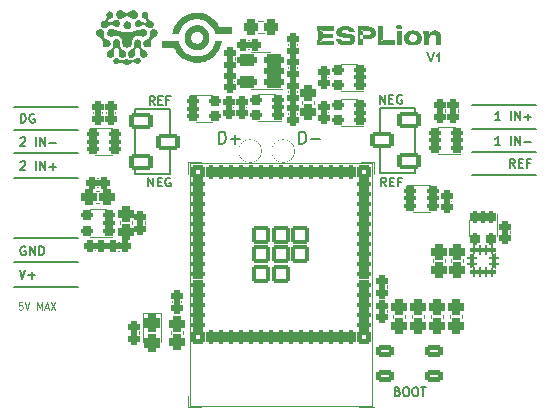
<source format=gto>
G04 #@! TF.GenerationSoftware,KiCad,Pcbnew,8.0.7*
G04 #@! TF.CreationDate,2025-04-02T23:58:34+11:00*
G04 #@! TF.ProjectId,Ganglion_01,47616e67-6c69-46f6-9e5f-30312e6b6963,01*
G04 #@! TF.SameCoordinates,Original*
G04 #@! TF.FileFunction,Legend,Top*
G04 #@! TF.FilePolarity,Positive*
%FSLAX46Y46*%
G04 Gerber Fmt 4.6, Leading zero omitted, Abs format (unit mm)*
G04 Created by KiCad (PCBNEW 8.0.7) date 2025-04-02 23:58:34*
%MOMM*%
%LPD*%
G01*
G04 APERTURE LIST*
G04 Aperture macros list*
%AMRoundRect*
0 Rectangle with rounded corners*
0 $1 Rounding radius*
0 $2 $3 $4 $5 $6 $7 $8 $9 X,Y pos of 4 corners*
0 Add a 4 corners polygon primitive as box body*
4,1,4,$2,$3,$4,$5,$6,$7,$8,$9,$2,$3,0*
0 Add four circle primitives for the rounded corners*
1,1,$1+$1,$2,$3*
1,1,$1+$1,$4,$5*
1,1,$1+$1,$6,$7*
1,1,$1+$1,$8,$9*
0 Add four rect primitives between the rounded corners*
20,1,$1+$1,$2,$3,$4,$5,0*
20,1,$1+$1,$4,$5,$6,$7,0*
20,1,$1+$1,$6,$7,$8,$9,0*
20,1,$1+$1,$8,$9,$2,$3,0*%
%AMFreePoly0*
4,1,22,0.686777,0.780194,0.756366,0.724698,0.794986,0.644504,0.800000,0.600000,0.800000,-0.600000,0.780194,-0.686777,0.724698,-0.756366,0.644504,-0.794986,0.600000,-0.800000,-0.600000,-0.800000,-0.686777,-0.780194,-0.756366,-0.724698,-0.794986,-0.644504,-0.800000,-0.600000,-0.800000,0.000000,-0.780194,0.086777,-0.741421,0.141421,-0.141421,0.741421,-0.066056,0.788777,0.000000,0.800000,
0.600000,0.800000,0.686777,0.780194,0.686777,0.780194,$1*%
G04 Aperture macros list end*
%ADD10C,0.150000*%
%ADD11C,0.200000*%
%ADD12C,0.160000*%
%ADD13C,0.120000*%
%ADD14C,0.300000*%
%ADD15C,0.100000*%
%ADD16C,0.000000*%
%ADD17RoundRect,0.325000X-0.350000X0.325000X-0.350000X-0.325000X0.350000X-0.325000X0.350000X0.325000X0*%
%ADD18RoundRect,0.325000X0.350000X-0.325000X0.350000X0.325000X-0.350000X0.325000X-0.350000X-0.325000X0*%
%ADD19RoundRect,0.240000X0.270000X-0.240000X0.270000X0.240000X-0.270000X0.240000X-0.270000X-0.240000X0*%
%ADD20RoundRect,0.240000X-0.270000X0.240000X-0.270000X-0.240000X0.270000X-0.240000X0.270000X0.240000X0*%
%ADD21RoundRect,0.235000X0.285000X-0.235000X0.285000X0.235000X-0.285000X0.235000X-0.285000X-0.235000X0*%
%ADD22RoundRect,0.235000X-0.285000X0.235000X-0.285000X-0.235000X0.285000X-0.235000X0.285000X0.235000X0*%
%ADD23RoundRect,0.235000X-0.235000X-0.285000X0.235000X-0.285000X0.235000X0.285000X-0.235000X0.285000X0*%
%ADD24RoundRect,0.300000X0.300000X0.375000X-0.300000X0.375000X-0.300000X-0.375000X0.300000X-0.375000X0*%
%ADD25RoundRect,0.200000X0.800000X0.500000X-0.800000X0.500000X-0.800000X-0.500000X0.800000X-0.500000X0*%
%ADD26RoundRect,0.200000X-0.800000X-0.500000X0.800000X-0.500000X0.800000X0.500000X-0.800000X0.500000X0*%
%ADD27RoundRect,0.200000X-0.325000X-0.200000X0.325000X-0.200000X0.325000X0.200000X-0.325000X0.200000X0*%
%ADD28RoundRect,0.250000X0.612500X0.250000X-0.612500X0.250000X-0.612500X-0.250000X0.612500X-0.250000X0*%
%ADD29RoundRect,0.200000X-0.200000X0.325000X-0.200000X-0.325000X0.200000X-0.325000X0.200000X0.325000X0*%
%ADD30RoundRect,0.200000X0.525000X0.325000X-0.525000X0.325000X-0.525000X-0.325000X0.525000X-0.325000X0*%
%ADD31RoundRect,0.200000X-0.125000X0.200000X-0.125000X-0.200000X0.125000X-0.200000X0.125000X0.200000X0*%
%ADD32RoundRect,0.200000X-0.200000X0.125000X-0.200000X-0.125000X0.200000X-0.125000X0.200000X0.125000X0*%
%ADD33RoundRect,0.200000X0.325000X0.200000X-0.325000X0.200000X-0.325000X-0.200000X0.325000X-0.200000X0*%
%ADD34RoundRect,0.325000X0.325000X0.350000X-0.325000X0.350000X-0.325000X-0.350000X0.325000X-0.350000X0*%
%ADD35RoundRect,0.337500X-0.337500X0.387500X-0.337500X-0.387500X0.337500X-0.387500X0.337500X0.387500X0*%
%ADD36C,6.800000*%
%ADD37C,1.900000*%
%ADD38RoundRect,0.240000X0.240000X0.270000X-0.240000X0.270000X-0.240000X-0.270000X0.240000X-0.270000X0*%
%ADD39RoundRect,0.200000X-0.400000X0.200000X-0.400000X-0.200000X0.400000X-0.200000X0.400000X0.200000X0*%
%ADD40RoundRect,0.200000X0.200000X0.400000X-0.200000X0.400000X-0.200000X-0.400000X0.200000X-0.400000X0*%
%ADD41FreePoly0,180.000000*%
%ADD42RoundRect,0.200000X0.600000X0.600000X-0.600000X0.600000X-0.600000X-0.600000X0.600000X-0.600000X0*%
%ADD43RoundRect,0.200000X-0.400000X-0.400000X0.400000X-0.400000X0.400000X0.400000X-0.400000X0.400000X0*%
%ADD44C,1.300000*%
G04 APERTURE END LIST*
D10*
X144600000Y-43600000D02*
X139200000Y-43600000D01*
X105800000Y-45800000D02*
X100400000Y-45800000D01*
X144600000Y-41600000D02*
X139200000Y-41600000D01*
X105800000Y-39800000D02*
X100400000Y-39800000D01*
X144600000Y-45500000D02*
X139200000Y-45500000D01*
X105800000Y-43700000D02*
X100400000Y-43700000D01*
X105800000Y-50900000D02*
X100400000Y-50900000D01*
X105800000Y-55000000D02*
X100400000Y-55000000D01*
X105800000Y-41700000D02*
X100400000Y-41700000D01*
X144600000Y-39600000D02*
X139200000Y-39600000D01*
X105800000Y-52900000D02*
X100400000Y-52900000D01*
X131905826Y-46500414D02*
X131655826Y-46143271D01*
X131477255Y-46500414D02*
X131477255Y-45750414D01*
X131477255Y-45750414D02*
X131762969Y-45750414D01*
X131762969Y-45750414D02*
X131834398Y-45786128D01*
X131834398Y-45786128D02*
X131870112Y-45821842D01*
X131870112Y-45821842D02*
X131905826Y-45893271D01*
X131905826Y-45893271D02*
X131905826Y-46000414D01*
X131905826Y-46000414D02*
X131870112Y-46071842D01*
X131870112Y-46071842D02*
X131834398Y-46107557D01*
X131834398Y-46107557D02*
X131762969Y-46143271D01*
X131762969Y-46143271D02*
X131477255Y-46143271D01*
X132227255Y-46107557D02*
X132477255Y-46107557D01*
X132584398Y-46500414D02*
X132227255Y-46500414D01*
X132227255Y-46500414D02*
X132227255Y-45750414D01*
X132227255Y-45750414D02*
X132584398Y-45750414D01*
X133155826Y-46107557D02*
X132905826Y-46107557D01*
X132905826Y-46500414D02*
X132905826Y-45750414D01*
X132905826Y-45750414D02*
X133262969Y-45750414D01*
X112305826Y-39600414D02*
X112055826Y-39243271D01*
X111877255Y-39600414D02*
X111877255Y-38850414D01*
X111877255Y-38850414D02*
X112162969Y-38850414D01*
X112162969Y-38850414D02*
X112234398Y-38886128D01*
X112234398Y-38886128D02*
X112270112Y-38921842D01*
X112270112Y-38921842D02*
X112305826Y-38993271D01*
X112305826Y-38993271D02*
X112305826Y-39100414D01*
X112305826Y-39100414D02*
X112270112Y-39171842D01*
X112270112Y-39171842D02*
X112234398Y-39207557D01*
X112234398Y-39207557D02*
X112162969Y-39243271D01*
X112162969Y-39243271D02*
X111877255Y-39243271D01*
X112627255Y-39207557D02*
X112877255Y-39207557D01*
X112984398Y-39600414D02*
X112627255Y-39600414D01*
X112627255Y-39600414D02*
X112627255Y-38850414D01*
X112627255Y-38850414D02*
X112984398Y-38850414D01*
X113555826Y-39207557D02*
X113305826Y-39207557D01*
X113305826Y-39600414D02*
X113305826Y-38850414D01*
X113305826Y-38850414D02*
X113662969Y-38850414D01*
D11*
X117769673Y-42867219D02*
X117769673Y-41867219D01*
X117769673Y-41867219D02*
X118007768Y-41867219D01*
X118007768Y-41867219D02*
X118150625Y-41914838D01*
X118150625Y-41914838D02*
X118245863Y-42010076D01*
X118245863Y-42010076D02*
X118293482Y-42105314D01*
X118293482Y-42105314D02*
X118341101Y-42295790D01*
X118341101Y-42295790D02*
X118341101Y-42438647D01*
X118341101Y-42438647D02*
X118293482Y-42629123D01*
X118293482Y-42629123D02*
X118245863Y-42724361D01*
X118245863Y-42724361D02*
X118150625Y-42819600D01*
X118150625Y-42819600D02*
X118007768Y-42867219D01*
X118007768Y-42867219D02*
X117769673Y-42867219D01*
X118769673Y-42486266D02*
X119531578Y-42486266D01*
X119150625Y-42867219D02*
X119150625Y-42105314D01*
D10*
X101370112Y-51586128D02*
X101298684Y-51550414D01*
X101298684Y-51550414D02*
X101191541Y-51550414D01*
X101191541Y-51550414D02*
X101084398Y-51586128D01*
X101084398Y-51586128D02*
X101012969Y-51657557D01*
X101012969Y-51657557D02*
X100977255Y-51728985D01*
X100977255Y-51728985D02*
X100941541Y-51871842D01*
X100941541Y-51871842D02*
X100941541Y-51978985D01*
X100941541Y-51978985D02*
X100977255Y-52121842D01*
X100977255Y-52121842D02*
X101012969Y-52193271D01*
X101012969Y-52193271D02*
X101084398Y-52264700D01*
X101084398Y-52264700D02*
X101191541Y-52300414D01*
X101191541Y-52300414D02*
X101262969Y-52300414D01*
X101262969Y-52300414D02*
X101370112Y-52264700D01*
X101370112Y-52264700D02*
X101405826Y-52228985D01*
X101405826Y-52228985D02*
X101405826Y-51978985D01*
X101405826Y-51978985D02*
X101262969Y-51978985D01*
X101727255Y-52300414D02*
X101727255Y-51550414D01*
X101727255Y-51550414D02*
X102155826Y-52300414D01*
X102155826Y-52300414D02*
X102155826Y-51550414D01*
X102512969Y-52300414D02*
X102512969Y-51550414D01*
X102512969Y-51550414D02*
X102691540Y-51550414D01*
X102691540Y-51550414D02*
X102798683Y-51586128D01*
X102798683Y-51586128D02*
X102870112Y-51657557D01*
X102870112Y-51657557D02*
X102905826Y-51728985D01*
X102905826Y-51728985D02*
X102941540Y-51871842D01*
X102941540Y-51871842D02*
X102941540Y-51978985D01*
X102941540Y-51978985D02*
X102905826Y-52121842D01*
X102905826Y-52121842D02*
X102870112Y-52193271D01*
X102870112Y-52193271D02*
X102798683Y-52264700D01*
X102798683Y-52264700D02*
X102691540Y-52300414D01*
X102691540Y-52300414D02*
X102512969Y-52300414D01*
X131377255Y-39500414D02*
X131377255Y-38750414D01*
X131377255Y-38750414D02*
X131805826Y-39500414D01*
X131805826Y-39500414D02*
X131805826Y-38750414D01*
X132162969Y-39107557D02*
X132412969Y-39107557D01*
X132520112Y-39500414D02*
X132162969Y-39500414D01*
X132162969Y-39500414D02*
X132162969Y-38750414D01*
X132162969Y-38750414D02*
X132520112Y-38750414D01*
X133234397Y-38786128D02*
X133162969Y-38750414D01*
X133162969Y-38750414D02*
X133055826Y-38750414D01*
X133055826Y-38750414D02*
X132948683Y-38786128D01*
X132948683Y-38786128D02*
X132877254Y-38857557D01*
X132877254Y-38857557D02*
X132841540Y-38928985D01*
X132841540Y-38928985D02*
X132805826Y-39071842D01*
X132805826Y-39071842D02*
X132805826Y-39178985D01*
X132805826Y-39178985D02*
X132841540Y-39321842D01*
X132841540Y-39321842D02*
X132877254Y-39393271D01*
X132877254Y-39393271D02*
X132948683Y-39464700D01*
X132948683Y-39464700D02*
X133055826Y-39500414D01*
X133055826Y-39500414D02*
X133127254Y-39500414D01*
X133127254Y-39500414D02*
X133234397Y-39464700D01*
X133234397Y-39464700D02*
X133270111Y-39428985D01*
X133270111Y-39428985D02*
X133270111Y-39178985D01*
X133270111Y-39178985D02*
X133127254Y-39178985D01*
D12*
G36*
X135587424Y-35964000D02*
G01*
X135299413Y-35151159D01*
X135475854Y-35151159D01*
X135679651Y-35751411D01*
X135876999Y-35151159D01*
X136049532Y-35151159D01*
X135761130Y-35964000D01*
X135587424Y-35964000D01*
G37*
G36*
X136489364Y-35964000D02*
G01*
X136335003Y-35964000D01*
X136335003Y-35375863D01*
X136302211Y-35406111D01*
X136267290Y-35433254D01*
X136230239Y-35457292D01*
X136191058Y-35478225D01*
X136149749Y-35496053D01*
X136135505Y-35501306D01*
X136135505Y-35351243D01*
X136174271Y-35335757D01*
X136210923Y-35316011D01*
X136244903Y-35293839D01*
X136266810Y-35277775D01*
X136299490Y-35249491D01*
X136326601Y-35218961D01*
X136348143Y-35186184D01*
X136364117Y-35151159D01*
X136489364Y-35151159D01*
X136489364Y-35964000D01*
G37*
D10*
X100941541Y-44421842D02*
X100977255Y-44386128D01*
X100977255Y-44386128D02*
X101048684Y-44350414D01*
X101048684Y-44350414D02*
X101227255Y-44350414D01*
X101227255Y-44350414D02*
X101298684Y-44386128D01*
X101298684Y-44386128D02*
X101334398Y-44421842D01*
X101334398Y-44421842D02*
X101370112Y-44493271D01*
X101370112Y-44493271D02*
X101370112Y-44564700D01*
X101370112Y-44564700D02*
X101334398Y-44671842D01*
X101334398Y-44671842D02*
X100905826Y-45100414D01*
X100905826Y-45100414D02*
X101370112Y-45100414D01*
X102262970Y-45100414D02*
X102262970Y-44350414D01*
X102620113Y-45100414D02*
X102620113Y-44350414D01*
X102620113Y-44350414D02*
X103048684Y-45100414D01*
X103048684Y-45100414D02*
X103048684Y-44350414D01*
X103405827Y-44814700D02*
X103977256Y-44814700D01*
X103691541Y-45100414D02*
X103691541Y-44528985D01*
D13*
X101107518Y-56320331D02*
X100821804Y-56320331D01*
X100821804Y-56320331D02*
X100793232Y-56606045D01*
X100793232Y-56606045D02*
X100821804Y-56577474D01*
X100821804Y-56577474D02*
X100878947Y-56548902D01*
X100878947Y-56548902D02*
X101021804Y-56548902D01*
X101021804Y-56548902D02*
X101078947Y-56577474D01*
X101078947Y-56577474D02*
X101107518Y-56606045D01*
X101107518Y-56606045D02*
X101136089Y-56663188D01*
X101136089Y-56663188D02*
X101136089Y-56806045D01*
X101136089Y-56806045D02*
X101107518Y-56863188D01*
X101107518Y-56863188D02*
X101078947Y-56891760D01*
X101078947Y-56891760D02*
X101021804Y-56920331D01*
X101021804Y-56920331D02*
X100878947Y-56920331D01*
X100878947Y-56920331D02*
X100821804Y-56891760D01*
X100821804Y-56891760D02*
X100793232Y-56863188D01*
X101307518Y-56320331D02*
X101507518Y-56920331D01*
X101507518Y-56920331D02*
X101707518Y-56320331D01*
X102364662Y-56920331D02*
X102364662Y-56320331D01*
X102364662Y-56320331D02*
X102564662Y-56748902D01*
X102564662Y-56748902D02*
X102764662Y-56320331D01*
X102764662Y-56320331D02*
X102764662Y-56920331D01*
X103021804Y-56748902D02*
X103307519Y-56748902D01*
X102964661Y-56920331D02*
X103164661Y-56320331D01*
X103164661Y-56320331D02*
X103364661Y-56920331D01*
X103507519Y-56320331D02*
X103907519Y-56920331D01*
X103907519Y-56320331D02*
X103507519Y-56920331D01*
D10*
X100977255Y-41100414D02*
X100977255Y-40350414D01*
X100977255Y-40350414D02*
X101155826Y-40350414D01*
X101155826Y-40350414D02*
X101262969Y-40386128D01*
X101262969Y-40386128D02*
X101334398Y-40457557D01*
X101334398Y-40457557D02*
X101370112Y-40528985D01*
X101370112Y-40528985D02*
X101405826Y-40671842D01*
X101405826Y-40671842D02*
X101405826Y-40778985D01*
X101405826Y-40778985D02*
X101370112Y-40921842D01*
X101370112Y-40921842D02*
X101334398Y-40993271D01*
X101334398Y-40993271D02*
X101262969Y-41064700D01*
X101262969Y-41064700D02*
X101155826Y-41100414D01*
X101155826Y-41100414D02*
X100977255Y-41100414D01*
X102120112Y-40386128D02*
X102048684Y-40350414D01*
X102048684Y-40350414D02*
X101941541Y-40350414D01*
X101941541Y-40350414D02*
X101834398Y-40386128D01*
X101834398Y-40386128D02*
X101762969Y-40457557D01*
X101762969Y-40457557D02*
X101727255Y-40528985D01*
X101727255Y-40528985D02*
X101691541Y-40671842D01*
X101691541Y-40671842D02*
X101691541Y-40778985D01*
X101691541Y-40778985D02*
X101727255Y-40921842D01*
X101727255Y-40921842D02*
X101762969Y-40993271D01*
X101762969Y-40993271D02*
X101834398Y-41064700D01*
X101834398Y-41064700D02*
X101941541Y-41100414D01*
X101941541Y-41100414D02*
X102012969Y-41100414D01*
X102012969Y-41100414D02*
X102120112Y-41064700D01*
X102120112Y-41064700D02*
X102155826Y-41028985D01*
X102155826Y-41028985D02*
X102155826Y-40778985D01*
X102155826Y-40778985D02*
X102012969Y-40778985D01*
X132882143Y-63846307D02*
X132989286Y-63882021D01*
X132989286Y-63882021D02*
X133025000Y-63917735D01*
X133025000Y-63917735D02*
X133060714Y-63989164D01*
X133060714Y-63989164D02*
X133060714Y-64096307D01*
X133060714Y-64096307D02*
X133025000Y-64167735D01*
X133025000Y-64167735D02*
X132989286Y-64203450D01*
X132989286Y-64203450D02*
X132917857Y-64239164D01*
X132917857Y-64239164D02*
X132632143Y-64239164D01*
X132632143Y-64239164D02*
X132632143Y-63489164D01*
X132632143Y-63489164D02*
X132882143Y-63489164D01*
X132882143Y-63489164D02*
X132953572Y-63524878D01*
X132953572Y-63524878D02*
X132989286Y-63560592D01*
X132989286Y-63560592D02*
X133025000Y-63632021D01*
X133025000Y-63632021D02*
X133025000Y-63703450D01*
X133025000Y-63703450D02*
X132989286Y-63774878D01*
X132989286Y-63774878D02*
X132953572Y-63810592D01*
X132953572Y-63810592D02*
X132882143Y-63846307D01*
X132882143Y-63846307D02*
X132632143Y-63846307D01*
X133525000Y-63489164D02*
X133667857Y-63489164D01*
X133667857Y-63489164D02*
X133739286Y-63524878D01*
X133739286Y-63524878D02*
X133810714Y-63596307D01*
X133810714Y-63596307D02*
X133846429Y-63739164D01*
X133846429Y-63739164D02*
X133846429Y-63989164D01*
X133846429Y-63989164D02*
X133810714Y-64132021D01*
X133810714Y-64132021D02*
X133739286Y-64203450D01*
X133739286Y-64203450D02*
X133667857Y-64239164D01*
X133667857Y-64239164D02*
X133525000Y-64239164D01*
X133525000Y-64239164D02*
X133453572Y-64203450D01*
X133453572Y-64203450D02*
X133382143Y-64132021D01*
X133382143Y-64132021D02*
X133346429Y-63989164D01*
X133346429Y-63989164D02*
X133346429Y-63739164D01*
X133346429Y-63739164D02*
X133382143Y-63596307D01*
X133382143Y-63596307D02*
X133453572Y-63524878D01*
X133453572Y-63524878D02*
X133525000Y-63489164D01*
X134310714Y-63489164D02*
X134453571Y-63489164D01*
X134453571Y-63489164D02*
X134525000Y-63524878D01*
X134525000Y-63524878D02*
X134596428Y-63596307D01*
X134596428Y-63596307D02*
X134632143Y-63739164D01*
X134632143Y-63739164D02*
X134632143Y-63989164D01*
X134632143Y-63989164D02*
X134596428Y-64132021D01*
X134596428Y-64132021D02*
X134525000Y-64203450D01*
X134525000Y-64203450D02*
X134453571Y-64239164D01*
X134453571Y-64239164D02*
X134310714Y-64239164D01*
X134310714Y-64239164D02*
X134239286Y-64203450D01*
X134239286Y-64203450D02*
X134167857Y-64132021D01*
X134167857Y-64132021D02*
X134132143Y-63989164D01*
X134132143Y-63989164D02*
X134132143Y-63739164D01*
X134132143Y-63739164D02*
X134167857Y-63596307D01*
X134167857Y-63596307D02*
X134239286Y-63524878D01*
X134239286Y-63524878D02*
X134310714Y-63489164D01*
X134846428Y-63489164D02*
X135275000Y-63489164D01*
X135060714Y-64239164D02*
X135060714Y-63489164D01*
D11*
X124569673Y-42867219D02*
X124569673Y-41867219D01*
X124569673Y-41867219D02*
X124807768Y-41867219D01*
X124807768Y-41867219D02*
X124950625Y-41914838D01*
X124950625Y-41914838D02*
X125045863Y-42010076D01*
X125045863Y-42010076D02*
X125093482Y-42105314D01*
X125093482Y-42105314D02*
X125141101Y-42295790D01*
X125141101Y-42295790D02*
X125141101Y-42438647D01*
X125141101Y-42438647D02*
X125093482Y-42629123D01*
X125093482Y-42629123D02*
X125045863Y-42724361D01*
X125045863Y-42724361D02*
X124950625Y-42819600D01*
X124950625Y-42819600D02*
X124807768Y-42867219D01*
X124807768Y-42867219D02*
X124569673Y-42867219D01*
X125569673Y-42486266D02*
X126331578Y-42486266D01*
D10*
X142805826Y-44900414D02*
X142555826Y-44543271D01*
X142377255Y-44900414D02*
X142377255Y-44150414D01*
X142377255Y-44150414D02*
X142662969Y-44150414D01*
X142662969Y-44150414D02*
X142734398Y-44186128D01*
X142734398Y-44186128D02*
X142770112Y-44221842D01*
X142770112Y-44221842D02*
X142805826Y-44293271D01*
X142805826Y-44293271D02*
X142805826Y-44400414D01*
X142805826Y-44400414D02*
X142770112Y-44471842D01*
X142770112Y-44471842D02*
X142734398Y-44507557D01*
X142734398Y-44507557D02*
X142662969Y-44543271D01*
X142662969Y-44543271D02*
X142377255Y-44543271D01*
X143127255Y-44507557D02*
X143377255Y-44507557D01*
X143484398Y-44900414D02*
X143127255Y-44900414D01*
X143127255Y-44900414D02*
X143127255Y-44150414D01*
X143127255Y-44150414D02*
X143484398Y-44150414D01*
X144055826Y-44507557D02*
X143805826Y-44507557D01*
X143805826Y-44900414D02*
X143805826Y-44150414D01*
X143805826Y-44150414D02*
X144162969Y-44150414D01*
X111777255Y-46500414D02*
X111777255Y-45750414D01*
X111777255Y-45750414D02*
X112205826Y-46500414D01*
X112205826Y-46500414D02*
X112205826Y-45750414D01*
X112562969Y-46107557D02*
X112812969Y-46107557D01*
X112920112Y-46500414D02*
X112562969Y-46500414D01*
X112562969Y-46500414D02*
X112562969Y-45750414D01*
X112562969Y-45750414D02*
X112920112Y-45750414D01*
X113634397Y-45786128D02*
X113562969Y-45750414D01*
X113562969Y-45750414D02*
X113455826Y-45750414D01*
X113455826Y-45750414D02*
X113348683Y-45786128D01*
X113348683Y-45786128D02*
X113277254Y-45857557D01*
X113277254Y-45857557D02*
X113241540Y-45928985D01*
X113241540Y-45928985D02*
X113205826Y-46071842D01*
X113205826Y-46071842D02*
X113205826Y-46178985D01*
X113205826Y-46178985D02*
X113241540Y-46321842D01*
X113241540Y-46321842D02*
X113277254Y-46393271D01*
X113277254Y-46393271D02*
X113348683Y-46464700D01*
X113348683Y-46464700D02*
X113455826Y-46500414D01*
X113455826Y-46500414D02*
X113527254Y-46500414D01*
X113527254Y-46500414D02*
X113634397Y-46464700D01*
X113634397Y-46464700D02*
X113670111Y-46428985D01*
X113670111Y-46428985D02*
X113670111Y-46178985D01*
X113670111Y-46178985D02*
X113527254Y-46178985D01*
X100941541Y-42421842D02*
X100977255Y-42386128D01*
X100977255Y-42386128D02*
X101048684Y-42350414D01*
X101048684Y-42350414D02*
X101227255Y-42350414D01*
X101227255Y-42350414D02*
X101298684Y-42386128D01*
X101298684Y-42386128D02*
X101334398Y-42421842D01*
X101334398Y-42421842D02*
X101370112Y-42493271D01*
X101370112Y-42493271D02*
X101370112Y-42564700D01*
X101370112Y-42564700D02*
X101334398Y-42671842D01*
X101334398Y-42671842D02*
X100905826Y-43100414D01*
X100905826Y-43100414D02*
X101370112Y-43100414D01*
X102262970Y-43100414D02*
X102262970Y-42350414D01*
X102620113Y-43100414D02*
X102620113Y-42350414D01*
X102620113Y-42350414D02*
X103048684Y-43100414D01*
X103048684Y-43100414D02*
X103048684Y-42350414D01*
X103405827Y-42814700D02*
X103977256Y-42814700D01*
X141570112Y-43000414D02*
X141141541Y-43000414D01*
X141355826Y-43000414D02*
X141355826Y-42250414D01*
X141355826Y-42250414D02*
X141284398Y-42357557D01*
X141284398Y-42357557D02*
X141212969Y-42428985D01*
X141212969Y-42428985D02*
X141141541Y-42464700D01*
X142462970Y-43000414D02*
X142462970Y-42250414D01*
X142820113Y-43000414D02*
X142820113Y-42250414D01*
X142820113Y-42250414D02*
X143248684Y-43000414D01*
X143248684Y-43000414D02*
X143248684Y-42250414D01*
X143605827Y-42714700D02*
X144177256Y-42714700D01*
X141570112Y-40900414D02*
X141141541Y-40900414D01*
X141355826Y-40900414D02*
X141355826Y-40150414D01*
X141355826Y-40150414D02*
X141284398Y-40257557D01*
X141284398Y-40257557D02*
X141212969Y-40328985D01*
X141212969Y-40328985D02*
X141141541Y-40364700D01*
X142462970Y-40900414D02*
X142462970Y-40150414D01*
X142820113Y-40900414D02*
X142820113Y-40150414D01*
X142820113Y-40150414D02*
X143248684Y-40900414D01*
X143248684Y-40900414D02*
X143248684Y-40150414D01*
X143605827Y-40614700D02*
X144177256Y-40614700D01*
X143891541Y-40900414D02*
X143891541Y-40328985D01*
D14*
G36*
X127430094Y-33576547D02*
G01*
X127430094Y-33893452D01*
X126278245Y-33893452D01*
X126278245Y-33576547D01*
X127430094Y-33576547D01*
G37*
G36*
X126574267Y-33734816D02*
G01*
X126471685Y-34367894D01*
X126295464Y-34169691D01*
X127501169Y-34169691D01*
X127501169Y-34522500D01*
X126037177Y-34522500D01*
X126156612Y-33734816D01*
X126037177Y-32947500D01*
X127490544Y-32947500D01*
X127490544Y-33300308D01*
X126295464Y-33300308D01*
X126471685Y-33102105D01*
X126574267Y-33734816D01*
G37*
G36*
X127680321Y-34006292D02*
G01*
X128122889Y-34006292D01*
X128148843Y-34077968D01*
X128182973Y-34119865D01*
X128246514Y-34164758D01*
X128318894Y-34194237D01*
X128393149Y-34211316D01*
X128470386Y-34219353D01*
X128519295Y-34220615D01*
X128595224Y-34218028D01*
X128670353Y-34208931D01*
X128747380Y-34188919D01*
X128771354Y-34179216D01*
X128834215Y-34135449D01*
X128862952Y-34067740D01*
X128863311Y-34057950D01*
X128838376Y-33987960D01*
X128810555Y-33964160D01*
X128740187Y-33936302D01*
X128661570Y-33921500D01*
X128609054Y-33915434D01*
X128316696Y-33887957D01*
X128237733Y-33879324D01*
X128164426Y-33867898D01*
X128080745Y-33849687D01*
X128005901Y-33827111D01*
X127927754Y-33794259D01*
X127862332Y-33755121D01*
X127843353Y-33740678D01*
X127786537Y-33684749D01*
X127743676Y-33620826D01*
X127714770Y-33548908D01*
X127699818Y-33468996D01*
X127697540Y-33419743D01*
X127703494Y-33340883D01*
X127721354Y-33268435D01*
X127755679Y-33194594D01*
X127792795Y-33142772D01*
X127845254Y-33089763D01*
X127907375Y-33043579D01*
X127979160Y-33004217D01*
X128049898Y-32975374D01*
X128060607Y-32971680D01*
X128139084Y-32948839D01*
X128210843Y-32933726D01*
X128286749Y-32922736D01*
X128366802Y-32915866D01*
X128451003Y-32913119D01*
X128465440Y-32913061D01*
X128548928Y-32915341D01*
X128628758Y-32922180D01*
X128704930Y-32933579D01*
X128777445Y-32949537D01*
X128857421Y-32973918D01*
X128868440Y-32977908D01*
X128941923Y-33008767D01*
X129008499Y-33044606D01*
X129076127Y-33091661D01*
X129134734Y-33145219D01*
X129147976Y-33159624D01*
X129194115Y-33220510D01*
X129228485Y-33286295D01*
X129251085Y-33356980D01*
X129261916Y-33432566D01*
X128819347Y-33432566D01*
X128790949Y-33362434D01*
X128766591Y-33335479D01*
X128701632Y-33293517D01*
X128643493Y-33272098D01*
X128569321Y-33256571D01*
X128489899Y-33249938D01*
X128456647Y-33249384D01*
X128378997Y-33252485D01*
X128303935Y-33263204D01*
X128229446Y-33286173D01*
X128224006Y-33288585D01*
X128162471Y-33333042D01*
X128138276Y-33402890D01*
X128166715Y-33473164D01*
X128188835Y-33491184D01*
X128260459Y-33519486D01*
X128334140Y-33533524D01*
X128374215Y-33538445D01*
X128688555Y-33569220D01*
X128769244Y-33578021D01*
X128843699Y-33589038D01*
X128922684Y-33604690D01*
X129002563Y-33626272D01*
X129046860Y-33641760D01*
X129116814Y-33673860D01*
X129180742Y-33716664D01*
X129234285Y-33772427D01*
X129242132Y-33783543D01*
X129276757Y-33850620D01*
X129297009Y-33928434D01*
X129302948Y-34008490D01*
X129296766Y-34088335D01*
X129278219Y-34163005D01*
X129247307Y-34232499D01*
X129204030Y-34296819D01*
X129149762Y-34355117D01*
X129085511Y-34406545D01*
X129021102Y-34445910D01*
X128949049Y-34480016D01*
X128927059Y-34488794D01*
X128846303Y-34515346D01*
X128772535Y-34532914D01*
X128694568Y-34545691D01*
X128612402Y-34553677D01*
X128526037Y-34556871D01*
X128511235Y-34556938D01*
X128436311Y-34555256D01*
X128350204Y-34548799D01*
X128268244Y-34537499D01*
X128190432Y-34521356D01*
X128116767Y-34500370D01*
X128081490Y-34488061D01*
X128004368Y-34455281D01*
X127934890Y-34417206D01*
X127873055Y-34373836D01*
X127811746Y-34317788D01*
X127791329Y-34294987D01*
X127744961Y-34230232D01*
X127711004Y-34160532D01*
X127689457Y-34085885D01*
X127680321Y-34006292D01*
G37*
G36*
X130404606Y-32947500D02*
G01*
X130489101Y-32950725D01*
X130568196Y-32960402D01*
X130641892Y-32976531D01*
X130719504Y-33002863D01*
X130746790Y-33014911D01*
X130814041Y-33052051D01*
X130872911Y-33096060D01*
X130929122Y-33153782D01*
X130965509Y-33204687D01*
X131002346Y-33276764D01*
X131027127Y-33355332D01*
X131039034Y-33430619D01*
X131041713Y-33490451D01*
X131036950Y-33569609D01*
X131022662Y-33643683D01*
X130995202Y-33720941D01*
X130965509Y-33776582D01*
X130917548Y-33841066D01*
X130858979Y-33896855D01*
X130798014Y-33939147D01*
X130746790Y-33966359D01*
X130671823Y-33995851D01*
X130600441Y-34014744D01*
X130523660Y-34027186D01*
X130441479Y-34033177D01*
X130404606Y-34033770D01*
X129722069Y-34033770D01*
X129722069Y-33684624D01*
X130378960Y-33684624D01*
X130456713Y-33676099D01*
X130527343Y-33645074D01*
X130542725Y-33632967D01*
X130586964Y-33571509D01*
X130601652Y-33496092D01*
X130601710Y-33490451D01*
X130590420Y-33417843D01*
X130549868Y-33354095D01*
X130542725Y-33347569D01*
X130477547Y-33311017D01*
X130404520Y-33297440D01*
X130378960Y-33296645D01*
X129760904Y-33296645D01*
X129956542Y-33094778D01*
X129956542Y-34522500D01*
X129520569Y-34522500D01*
X129520569Y-32947500D01*
X130404606Y-32947500D01*
G37*
G36*
X131665265Y-32947500D02*
G01*
X131665265Y-34329426D01*
X131469627Y-34135252D01*
X132647121Y-34135252D01*
X132647121Y-34522500D01*
X131229292Y-34522500D01*
X131229292Y-32947500D01*
X131665265Y-32947500D01*
G37*
G36*
X132804658Y-33303972D02*
G01*
X133019347Y-33346837D01*
X133234037Y-33303972D01*
X133234037Y-34522500D01*
X132804658Y-34522500D01*
X132804658Y-33303972D01*
G37*
G36*
X133018248Y-33206519D02*
G01*
X132940814Y-33198636D01*
X132870066Y-33172307D01*
X132837631Y-33150465D01*
X132790297Y-33093594D01*
X132769470Y-33021717D01*
X132768388Y-32998424D01*
X132781641Y-32922079D01*
X132825256Y-32857244D01*
X132837631Y-32846383D01*
X132906463Y-32807815D01*
X132978076Y-32791946D01*
X133018248Y-32789963D01*
X133091379Y-32796630D01*
X133163741Y-32821699D01*
X133200698Y-32846383D01*
X133247531Y-32903074D01*
X133268137Y-32975051D01*
X133269208Y-32998424D01*
X133256095Y-33074589D01*
X133212941Y-33139542D01*
X133200698Y-33150465D01*
X133132236Y-33188783D01*
X133059490Y-33204548D01*
X133018248Y-33206519D01*
G37*
G36*
X134267177Y-33291013D02*
G01*
X134347389Y-33299398D01*
X134423557Y-33313373D01*
X134495681Y-33332938D01*
X134574714Y-33362828D01*
X134585555Y-33367719D01*
X134657545Y-33405391D01*
X134722207Y-33449164D01*
X134779541Y-33499037D01*
X134829548Y-33555012D01*
X134854832Y-33589736D01*
X134892519Y-33654401D01*
X134920950Y-33723694D01*
X134940124Y-33797615D01*
X134950041Y-33876164D01*
X134951553Y-33923128D01*
X134946924Y-34003500D01*
X134933040Y-34079525D01*
X134909899Y-34151202D01*
X134877501Y-34218532D01*
X134854832Y-34255054D01*
X134809014Y-34314674D01*
X134755867Y-34368194D01*
X134695392Y-34415613D01*
X134627589Y-34456932D01*
X134585555Y-34477803D01*
X134507166Y-34508638D01*
X134435622Y-34529040D01*
X134360059Y-34543877D01*
X134280478Y-34553151D01*
X134196878Y-34556860D01*
X134182554Y-34556938D01*
X134098409Y-34554156D01*
X134018257Y-34545809D01*
X133942097Y-34531899D01*
X133869931Y-34512424D01*
X133790783Y-34482672D01*
X133779920Y-34477803D01*
X133707929Y-34439971D01*
X133643267Y-34396038D01*
X133585933Y-34346004D01*
X133535927Y-34289870D01*
X133510642Y-34255054D01*
X133473098Y-34190083D01*
X133444775Y-34120835D01*
X133425674Y-34047310D01*
X133415794Y-33969507D01*
X133414288Y-33923128D01*
X133414330Y-33922395D01*
X133847697Y-33922395D01*
X133854288Y-33998110D01*
X133876126Y-34069236D01*
X133887631Y-34092021D01*
X133933140Y-34150883D01*
X133994105Y-34195577D01*
X134003402Y-34200465D01*
X134075089Y-34226261D01*
X134151200Y-34237280D01*
X134182920Y-34238201D01*
X134257899Y-34232894D01*
X134329126Y-34215169D01*
X134363172Y-34200465D01*
X134425591Y-34157580D01*
X134472716Y-34100366D01*
X134477844Y-34091655D01*
X134506770Y-34019409D01*
X134517790Y-33941230D01*
X134518144Y-33923128D01*
X134511493Y-33846998D01*
X134489454Y-33775832D01*
X134477844Y-33753135D01*
X134432758Y-33694090D01*
X134372378Y-33649536D01*
X134363172Y-33644691D01*
X134292065Y-33618895D01*
X134215238Y-33607876D01*
X134182920Y-33606955D01*
X134109075Y-33612262D01*
X134037913Y-33629987D01*
X134003402Y-33644691D01*
X133940376Y-33687313D01*
X133892806Y-33744425D01*
X133887631Y-33753135D01*
X133858967Y-33825359D01*
X133848321Y-33898112D01*
X133847697Y-33922395D01*
X133414330Y-33922395D01*
X133418899Y-33842059D01*
X133432731Y-33765548D01*
X133455784Y-33693595D01*
X133488059Y-33626201D01*
X133510642Y-33589736D01*
X133556461Y-33530276D01*
X133609608Y-33476916D01*
X133670082Y-33429657D01*
X133737885Y-33388499D01*
X133779920Y-33367719D01*
X133858434Y-33336742D01*
X133930030Y-33316245D01*
X134005592Y-33301339D01*
X134085122Y-33292023D01*
X134168619Y-33288296D01*
X134182920Y-33288218D01*
X134267177Y-33291013D01*
G37*
G36*
X135068056Y-33322657D02*
G01*
X135497069Y-33322657D01*
X135576204Y-33802594D01*
X135576204Y-34522500D01*
X135146825Y-34522500D01*
X135146825Y-33737381D01*
X135068056Y-33322657D01*
G37*
G36*
X136015841Y-33288218D02*
G01*
X136099074Y-33292546D01*
X136175850Y-33305529D01*
X136246169Y-33327167D01*
X136310031Y-33357461D01*
X136373929Y-33400754D01*
X136428785Y-33453147D01*
X136474599Y-33514639D01*
X136496144Y-33552733D01*
X136527314Y-33627305D01*
X136546457Y-33699771D01*
X136557539Y-33778053D01*
X136560625Y-33851320D01*
X136560625Y-34522500D01*
X136131246Y-34522500D01*
X136131246Y-33914335D01*
X136124591Y-33836103D01*
X136101899Y-33764512D01*
X136063102Y-33708072D01*
X136003596Y-33664761D01*
X135927295Y-33641439D01*
X135867097Y-33636997D01*
X135793617Y-33644220D01*
X135720458Y-33670163D01*
X135712125Y-33674733D01*
X135654148Y-33720345D01*
X135611375Y-33781711D01*
X135586130Y-33851998D01*
X135576513Y-33927913D01*
X135576204Y-33945476D01*
X135442847Y-33876599D01*
X135456589Y-33795395D01*
X135475695Y-33720082D01*
X135500166Y-33650658D01*
X135534702Y-33578530D01*
X135549459Y-33553466D01*
X135592736Y-33492054D01*
X135647225Y-33432491D01*
X135707857Y-33383012D01*
X135751692Y-33355629D01*
X135821318Y-33323043D01*
X135894596Y-33301121D01*
X135971525Y-33289864D01*
X136015841Y-33288218D01*
G37*
D10*
X100870112Y-53550414D02*
X101120112Y-54300414D01*
X101120112Y-54300414D02*
X101370112Y-53550414D01*
X101620112Y-54014700D02*
X102191541Y-54014700D01*
X101905826Y-54300414D02*
X101905826Y-53728985D01*
D13*
X138310000Y-57359420D02*
X138310000Y-57640580D01*
X137290000Y-57359420D02*
X137290000Y-57640580D01*
X136710000Y-57359420D02*
X136710000Y-57640580D01*
X135690000Y-57359420D02*
X135690000Y-57640580D01*
X134090000Y-57640580D02*
X134090000Y-57359420D01*
X135110000Y-57640580D02*
X135110000Y-57359420D01*
X132490000Y-57640580D02*
X132490000Y-57359420D01*
X133510000Y-57640580D02*
X133510000Y-57359420D01*
X131240000Y-57207836D02*
X131240000Y-56992164D01*
X131960000Y-57207836D02*
X131960000Y-56992164D01*
X119340000Y-39692164D02*
X119340000Y-39907836D01*
X120060000Y-39692164D02*
X120060000Y-39907836D01*
X118340000Y-37492164D02*
X118340000Y-37707836D01*
X119060000Y-37492164D02*
X119060000Y-37707836D01*
X141640000Y-50292164D02*
X141640000Y-50507836D01*
X142360000Y-50292164D02*
X142360000Y-50507836D01*
X124790000Y-39540580D02*
X124790000Y-39259420D01*
X125810000Y-39540580D02*
X125810000Y-39259420D01*
X137388600Y-52940580D02*
X137388600Y-52659420D01*
X138408600Y-52940580D02*
X138408600Y-52659420D01*
X135890000Y-52940580D02*
X135890000Y-52659420D01*
X136910000Y-52940580D02*
X136910000Y-52659420D01*
X136120000Y-40253641D02*
X136120000Y-39946359D01*
X136880000Y-40253641D02*
X136880000Y-39946359D01*
X137220000Y-39956359D02*
X137220000Y-40263641D01*
X137980000Y-39956359D02*
X137980000Y-40263641D01*
X107120000Y-40453641D02*
X107120000Y-40146359D01*
X107880000Y-40453641D02*
X107880000Y-40146359D01*
X108220000Y-40146359D02*
X108220000Y-40453641D01*
X108980000Y-40146359D02*
X108980000Y-40453641D01*
X120146359Y-34120000D02*
X120453641Y-34120000D01*
X120146359Y-34880000D02*
X120453641Y-34880000D01*
X123620000Y-34653641D02*
X123620000Y-34346359D01*
X124380000Y-34653641D02*
X124380000Y-34346359D01*
X121537258Y-32455000D02*
X121062742Y-32455000D01*
X121537258Y-33500000D02*
X121062742Y-33500000D01*
D10*
X131350000Y-45350000D02*
X131350000Y-39850000D01*
X134350000Y-39850000D02*
X131350000Y-39850000D01*
X134350000Y-45350000D02*
X131350000Y-45350000D01*
X134350000Y-45350000D02*
X134350000Y-39850000D01*
X110650000Y-39950000D02*
X110650000Y-45450000D01*
X110650000Y-39950000D02*
X113650000Y-39950000D01*
X110650000Y-45450000D02*
X113650000Y-45450000D01*
X113650000Y-39950000D02*
X113650000Y-45450000D01*
D13*
X134200000Y-48660000D02*
X135600000Y-48660000D01*
X135600000Y-46340000D02*
X133700000Y-46340000D01*
X121300000Y-35140000D02*
X120500000Y-35140000D01*
X121300000Y-35140000D02*
X122100000Y-35140000D01*
X121300000Y-38260000D02*
X120500000Y-38260000D01*
X121300000Y-38260000D02*
X123100000Y-38260000D01*
X138940000Y-49300000D02*
X138940000Y-50700000D01*
X141260000Y-50700000D02*
X141260000Y-48800000D01*
D15*
X139100000Y-51837500D02*
X141100000Y-51837500D01*
X139100000Y-53837500D02*
X139100000Y-51837500D01*
X141100000Y-51837500D02*
X141100000Y-53837500D01*
X141100000Y-53837500D02*
X139100000Y-53837500D01*
D13*
X121100000Y-40960000D02*
X123000000Y-40960000D01*
X122500000Y-38640000D02*
X121100000Y-38640000D01*
X118320000Y-35853641D02*
X118320000Y-35546359D01*
X119080000Y-35853641D02*
X119080000Y-35546359D01*
X109392800Y-49740580D02*
X109392800Y-49459420D01*
X110412800Y-49740580D02*
X110412800Y-49459420D01*
X106802800Y-50760000D02*
X108702800Y-50760000D01*
X108202800Y-48440000D02*
X106802800Y-48440000D01*
X136300000Y-43760000D02*
X138200000Y-43760000D01*
X137700000Y-41440000D02*
X136300000Y-41440000D01*
X107300000Y-43860000D02*
X108700000Y-43860000D01*
X108700000Y-41540000D02*
X106800000Y-41540000D01*
X115800000Y-41060000D02*
X117200000Y-41060000D01*
X117200000Y-38740000D02*
X115300000Y-38740000D01*
X128050000Y-38410000D02*
X129950000Y-38410000D01*
X129450000Y-36090000D02*
X128050000Y-36090000D01*
X128050000Y-41410000D02*
X129950000Y-41410000D01*
X129450000Y-39090000D02*
X128050000Y-39090000D01*
X107640580Y-46890000D02*
X107359420Y-46890000D01*
X107640580Y-47910000D02*
X107359420Y-47910000D01*
X118240000Y-39692164D02*
X118240000Y-39907836D01*
X118960000Y-39692164D02*
X118960000Y-39907836D01*
X131220000Y-55153641D02*
X131220000Y-54846359D01*
X131980000Y-55153641D02*
X131980000Y-54846359D01*
X111365000Y-57240000D02*
X111365000Y-59700000D01*
X112835000Y-57240000D02*
X111365000Y-57240000D01*
X112835000Y-59700000D02*
X112835000Y-57240000D01*
X110722800Y-49753641D02*
X110722800Y-49446359D01*
X111482800Y-49753641D02*
X111482800Y-49446359D01*
X113690000Y-59040580D02*
X113690000Y-58759420D01*
X114710000Y-59040580D02*
X114710000Y-58759420D01*
X110220000Y-59053641D02*
X110220000Y-58746359D01*
X110980000Y-59053641D02*
X110980000Y-58746359D01*
X124150000Y-43500000D02*
G75*
G02*
X122250000Y-43500000I-950000J0D01*
G01*
X122250000Y-43500000D02*
G75*
G02*
X124150000Y-43500000I950000J0D01*
G01*
X126307200Y-37142164D02*
X126307200Y-37357836D01*
X127027200Y-37142164D02*
X127027200Y-37357836D01*
X136690000Y-47692164D02*
X136690000Y-47907836D01*
X137410000Y-47692164D02*
X137410000Y-47907836D01*
X107410636Y-51190000D02*
X107194964Y-51190000D01*
X107410636Y-51910000D02*
X107194964Y-51910000D01*
X123620000Y-36346359D02*
X123620000Y-36653641D01*
X124380000Y-36346359D02*
X124380000Y-36653641D01*
X113820000Y-56146359D02*
X113820000Y-56453641D01*
X114580000Y-56146359D02*
X114580000Y-56453641D01*
X121350000Y-43500000D02*
G75*
G02*
X119450000Y-43500000I-950000J0D01*
G01*
X119450000Y-43500000D02*
G75*
G02*
X121350000Y-43500000I950000J0D01*
G01*
X115150000Y-44400000D02*
X115150000Y-45450000D01*
X115150000Y-65200000D02*
X115150000Y-64200000D01*
X115300000Y-44550000D02*
X130700000Y-44550000D01*
X115300000Y-59950000D02*
X115300000Y-44550000D01*
X115300000Y-65050000D02*
X115300000Y-59950000D01*
X116200000Y-44400000D02*
X115150000Y-44400000D01*
X116200000Y-65200000D02*
X115150000Y-65200000D01*
X129650000Y-65200000D02*
X130850000Y-65200000D01*
X129800000Y-44400000D02*
X130850000Y-44400000D01*
X130700000Y-44550000D02*
X130700000Y-59950000D01*
X130700000Y-65050000D02*
X115300000Y-65050000D01*
X130700000Y-65050000D02*
X130700000Y-59950000D01*
X130850000Y-44400000D02*
X130850000Y-45450000D01*
X123620000Y-40553641D02*
X123620000Y-40246359D01*
X124380000Y-40553641D02*
X124380000Y-40246359D01*
X107346359Y-45820000D02*
X107653641Y-45820000D01*
X107346359Y-46580000D02*
X107653641Y-46580000D01*
X126296953Y-40142164D02*
X126296953Y-40357836D01*
X127016953Y-40142164D02*
X127016953Y-40357836D01*
X123630000Y-38643641D02*
X123630000Y-38336359D01*
X124390000Y-38643641D02*
X124390000Y-38336359D01*
X109099159Y-51170000D02*
X109406441Y-51170000D01*
X109099159Y-51930000D02*
X109406441Y-51930000D01*
D16*
G36*
X114359725Y-34226138D02*
G01*
X114365057Y-34250897D01*
X114372967Y-34282306D01*
X114382781Y-34318059D01*
X114393829Y-34355844D01*
X114405434Y-34393353D01*
X114416920Y-34428273D01*
X114426819Y-34456158D01*
X114435854Y-34478772D01*
X114448061Y-34506962D01*
X114462551Y-34538898D01*
X114478442Y-34572737D01*
X114494848Y-34606652D01*
X114510882Y-34638803D01*
X114525663Y-34667358D01*
X114538299Y-34690481D01*
X114546416Y-34704057D01*
X114574015Y-34746734D01*
X114597830Y-34782758D01*
X114618972Y-34813658D01*
X114638551Y-34840965D01*
X114657681Y-34866206D01*
X114677470Y-34890911D01*
X114699034Y-34916610D01*
X114710993Y-34930501D01*
X114794290Y-35019369D01*
X114884181Y-35101512D01*
X114980133Y-35176543D01*
X115081619Y-35244077D01*
X115188108Y-35303724D01*
X115285026Y-35349169D01*
X115397073Y-35392032D01*
X115511518Y-35425878D01*
X115627789Y-35450740D01*
X115745315Y-35466663D01*
X115863524Y-35473684D01*
X115981841Y-35471844D01*
X116099700Y-35461183D01*
X116216527Y-35441739D01*
X116331751Y-35413552D01*
X116444797Y-35376661D01*
X116555095Y-35331108D01*
X116662072Y-35276933D01*
X116707907Y-35250395D01*
X116805149Y-35186638D01*
X116898264Y-35115207D01*
X116986295Y-35037025D01*
X117068283Y-34953020D01*
X117143270Y-34864115D01*
X117210299Y-34771237D01*
X117221480Y-34754113D01*
X117276679Y-34661154D01*
X117326053Y-34563568D01*
X117368854Y-34463152D01*
X117404341Y-34361699D01*
X117431764Y-34261007D01*
X117438114Y-34232153D01*
X117446548Y-34191575D01*
X117724454Y-34191575D01*
X117774945Y-34191603D01*
X117822481Y-34191680D01*
X117866225Y-34191806D01*
X117905345Y-34191971D01*
X117939000Y-34192173D01*
X117966357Y-34192406D01*
X117986581Y-34192667D01*
X117998835Y-34192949D01*
X118002360Y-34193207D01*
X118001596Y-34198224D01*
X117999489Y-34210971D01*
X117996319Y-34229778D01*
X117992367Y-34252981D01*
X117990150Y-34265908D01*
X117961994Y-34402191D01*
X117925085Y-34535221D01*
X117879748Y-34664680D01*
X117826304Y-34790250D01*
X117765074Y-34911608D01*
X117696380Y-35028438D01*
X117620546Y-35140417D01*
X117537891Y-35247229D01*
X117448737Y-35348554D01*
X117353408Y-35444069D01*
X117252224Y-35533458D01*
X117145505Y-35616403D01*
X117033577Y-35692580D01*
X116916759Y-35761671D01*
X116795373Y-35823360D01*
X116669741Y-35877324D01*
X116540185Y-35923243D01*
X116407028Y-35960799D01*
X116270590Y-35989674D01*
X116250391Y-35993148D01*
X116201847Y-36000871D01*
X116157699Y-36006964D01*
X116115590Y-36011618D01*
X116073163Y-36015027D01*
X116028059Y-36017382D01*
X115977929Y-36018877D01*
X115926218Y-36019652D01*
X115889230Y-36019944D01*
X115853927Y-36020087D01*
X115821848Y-36020087D01*
X115794524Y-36019945D01*
X115773493Y-36019668D01*
X115760289Y-36019257D01*
X115759368Y-36019203D01*
X115733306Y-36017046D01*
X115700259Y-36013542D01*
X115662620Y-36009011D01*
X115622797Y-36003771D01*
X115583184Y-35998141D01*
X115546185Y-35992438D01*
X115514202Y-35986978D01*
X115509087Y-35986033D01*
X115370581Y-35955259D01*
X115235433Y-35915655D01*
X115103949Y-35867431D01*
X114976434Y-35810791D01*
X114853199Y-35745942D01*
X114734550Y-35673089D01*
X114620796Y-35592439D01*
X114512239Y-35504197D01*
X114409195Y-35408570D01*
X114311966Y-35305764D01*
X114220858Y-35195985D01*
X114136180Y-35079440D01*
X114119460Y-35054451D01*
X114100010Y-35023781D01*
X114078070Y-34987221D01*
X114055061Y-34947301D01*
X114032398Y-34906546D01*
X114011507Y-34867491D01*
X113993804Y-34832659D01*
X113986989Y-34818470D01*
X113964658Y-34770797D01*
X113459247Y-34769584D01*
X112953834Y-34768371D01*
X112953834Y-34479974D01*
X112953834Y-34191575D01*
X113653588Y-34191575D01*
X114353340Y-34191575D01*
X114359725Y-34226138D01*
G37*
G36*
X116018493Y-32853934D02*
G01*
X116114703Y-32869637D01*
X116209614Y-32894475D01*
X116302678Y-32928448D01*
X116360533Y-32954744D01*
X116447114Y-33002399D01*
X116528411Y-33057548D01*
X116603963Y-33119638D01*
X116673313Y-33188104D01*
X116735995Y-33262391D01*
X116791553Y-33341937D01*
X116839524Y-33426182D01*
X116879448Y-33514570D01*
X116910868Y-33606536D01*
X116917875Y-33632074D01*
X116930345Y-33684027D01*
X116939467Y-33732256D01*
X116945629Y-33779909D01*
X116949221Y-33830135D01*
X116950640Y-33886075D01*
X116950693Y-33896009D01*
X116948070Y-33982960D01*
X116939424Y-34064559D01*
X116924349Y-34143156D01*
X116902441Y-34221098D01*
X116886986Y-34265467D01*
X116848327Y-34356312D01*
X116801961Y-34442035D01*
X116748411Y-34522306D01*
X116688197Y-34596799D01*
X116621839Y-34665181D01*
X116549861Y-34727124D01*
X116472784Y-34782296D01*
X116391129Y-34830367D01*
X116305417Y-34871011D01*
X116216169Y-34903894D01*
X116123910Y-34928689D01*
X116029158Y-34945065D01*
X115932436Y-34952692D01*
X115834269Y-34951244D01*
X115805876Y-34949101D01*
X115709403Y-34935797D01*
X115614135Y-34913356D01*
X115521411Y-34882158D01*
X115437579Y-34845088D01*
X115352646Y-34798602D01*
X115275263Y-34747246D01*
X115204324Y-34690165D01*
X115138722Y-34626494D01*
X115097532Y-34580107D01*
X115035222Y-34498690D01*
X114981607Y-34413361D01*
X114936685Y-34324118D01*
X114900460Y-34230960D01*
X114872925Y-34133885D01*
X114857182Y-34053561D01*
X114853380Y-34021777D01*
X114850710Y-33982994D01*
X114849174Y-33939654D01*
X114848769Y-33894202D01*
X114849044Y-33877047D01*
X115396074Y-33877047D01*
X115397336Y-33945587D01*
X115407701Y-34012246D01*
X115426812Y-34076312D01*
X115454311Y-34137084D01*
X115489840Y-34193851D01*
X115533044Y-34245909D01*
X115583560Y-34292555D01*
X115620680Y-34319995D01*
X115670326Y-34349946D01*
X115720073Y-34372292D01*
X115773225Y-34388408D01*
X115798051Y-34393782D01*
X115842194Y-34401228D01*
X115880667Y-34405012D01*
X115916535Y-34405276D01*
X115952878Y-34402164D01*
X115959589Y-34401273D01*
X116022619Y-34389315D01*
X116079982Y-34371398D01*
X116134074Y-34346646D01*
X116174354Y-34322800D01*
X116229743Y-34281351D01*
X116278186Y-34233563D01*
X116319334Y-34179992D01*
X116352831Y-34121189D01*
X116378321Y-34057708D01*
X116395457Y-33990100D01*
X116398440Y-33972302D01*
X116402915Y-33937674D01*
X116404804Y-33907646D01*
X116404102Y-33878286D01*
X116400799Y-33845650D01*
X116398171Y-33826884D01*
X116383533Y-33758525D01*
X116360639Y-33694909D01*
X116329385Y-33635828D01*
X116289665Y-33581081D01*
X116251552Y-33540097D01*
X116199752Y-33495392D01*
X116145032Y-33459329D01*
X116086061Y-33431148D01*
X116024928Y-33410996D01*
X116005943Y-33406190D01*
X115989119Y-33402793D01*
X115972056Y-33400561D01*
X115952354Y-33399258D01*
X115927616Y-33398643D01*
X115900000Y-33398478D01*
X115869171Y-33398582D01*
X115845489Y-33399163D01*
X115826578Y-33400458D01*
X115810051Y-33402701D01*
X115793529Y-33406133D01*
X115774731Y-33410962D01*
X115708493Y-33433562D01*
X115647220Y-33463874D01*
X115591414Y-33501287D01*
X115541569Y-33545189D01*
X115498180Y-33594970D01*
X115461747Y-33650018D01*
X115432764Y-33709723D01*
X115411727Y-33773473D01*
X115399135Y-33840657D01*
X115396074Y-33877047D01*
X114849044Y-33877047D01*
X114849494Y-33849061D01*
X114851347Y-33806680D01*
X114854329Y-33769496D01*
X114857313Y-33746445D01*
X114877878Y-33647275D01*
X114906968Y-33551698D01*
X114944241Y-33460170D01*
X114989362Y-33373148D01*
X115041995Y-33291088D01*
X115101801Y-33214447D01*
X115168442Y-33143679D01*
X115241582Y-33079245D01*
X115320883Y-33021597D01*
X115406007Y-32971194D01*
X115444729Y-32951663D01*
X115537195Y-32912515D01*
X115631658Y-32882515D01*
X115727568Y-32861656D01*
X115824379Y-32849942D01*
X115921533Y-32847370D01*
X116018493Y-32853934D01*
G37*
G36*
X115944612Y-31781928D02*
G01*
X115993770Y-31782826D01*
X116040010Y-31784242D01*
X116081555Y-31786162D01*
X116116628Y-31788577D01*
X116135978Y-31790509D01*
X116278298Y-31812070D01*
X116417630Y-31842544D01*
X116553659Y-31881781D01*
X116686074Y-31929631D01*
X116814563Y-31985944D01*
X116938810Y-32050565D01*
X117058505Y-32123351D01*
X117173335Y-32204148D01*
X117282989Y-32292808D01*
X117387152Y-32389178D01*
X117392338Y-32394322D01*
X117479854Y-32486650D01*
X117561896Y-32583722D01*
X117637634Y-32684374D01*
X117706244Y-32787453D01*
X117766893Y-32891794D01*
X117811605Y-32980696D01*
X117820369Y-32999470D01*
X117827492Y-33014704D01*
X117832109Y-33024542D01*
X117833406Y-33027261D01*
X117838163Y-33027432D01*
X117851835Y-33027596D01*
X117873799Y-33027748D01*
X117903437Y-33027888D01*
X117940128Y-33028015D01*
X117983249Y-33028128D01*
X118032182Y-33028223D01*
X118086305Y-33028301D01*
X118144997Y-33028361D01*
X118207638Y-33028399D01*
X118273609Y-33028417D01*
X118340126Y-33028411D01*
X118846166Y-33028284D01*
X118846166Y-33319129D01*
X118846166Y-33609974D01*
X118146453Y-33609974D01*
X117446739Y-33609974D01*
X117438237Y-33568261D01*
X117414634Y-33472233D01*
X117382873Y-33374431D01*
X117343701Y-33276494D01*
X117297864Y-33180063D01*
X117246105Y-33086777D01*
X117189170Y-32998280D01*
X117162184Y-32960622D01*
X117092550Y-32873953D01*
X117015417Y-32791238D01*
X116931959Y-32713457D01*
X116843355Y-32641589D01*
X116750787Y-32576612D01*
X116655432Y-32519506D01*
X116591252Y-32486461D01*
X116480770Y-32437737D01*
X116370610Y-32398225D01*
X116259773Y-32367699D01*
X116147260Y-32345926D01*
X116032072Y-32332680D01*
X115913213Y-32327731D01*
X115900000Y-32327683D01*
X115779897Y-32331786D01*
X115663550Y-32344237D01*
X115550100Y-32365246D01*
X115438680Y-32395020D01*
X115328429Y-32433777D01*
X115218483Y-32481719D01*
X115171187Y-32505160D01*
X115069866Y-32562457D01*
X114973116Y-32627777D01*
X114881393Y-32700539D01*
X114795146Y-32780166D01*
X114714833Y-32866078D01*
X114640905Y-32957697D01*
X114573817Y-33054447D01*
X114514021Y-33155747D01*
X114461974Y-33261021D01*
X114418127Y-33369689D01*
X114382932Y-33481171D01*
X114371916Y-33524178D01*
X114365773Y-33549743D01*
X114360344Y-33572245D01*
X114356046Y-33589958D01*
X114353299Y-33601153D01*
X114352570Y-33604014D01*
X114347625Y-33605292D01*
X114334208Y-33606432D01*
X114313336Y-33607432D01*
X114286030Y-33608292D01*
X114253311Y-33609011D01*
X114216201Y-33609591D01*
X114175717Y-33610029D01*
X114132882Y-33610322D01*
X114088716Y-33610474D01*
X114044237Y-33610482D01*
X114000465Y-33610344D01*
X113958423Y-33610062D01*
X113919130Y-33609633D01*
X113883606Y-33609056D01*
X113852872Y-33608331D01*
X113827946Y-33607460D01*
X113809851Y-33606437D01*
X113799605Y-33605266D01*
X113797640Y-33604424D01*
X113798437Y-33597951D01*
X113800632Y-33583927D01*
X113803923Y-33564183D01*
X113808007Y-33540552D01*
X113809746Y-33530707D01*
X113839160Y-33392206D01*
X113877683Y-33256330D01*
X113925169Y-33123421D01*
X113981471Y-32993813D01*
X114046439Y-32867849D01*
X114119928Y-32745869D01*
X114200233Y-32630302D01*
X114215094Y-32610459D01*
X114228410Y-32592949D01*
X114238905Y-32579428D01*
X114245309Y-32571548D01*
X114246067Y-32570710D01*
X114251753Y-32564305D01*
X114262005Y-32552329D01*
X114275315Y-32536560D01*
X114288607Y-32520655D01*
X114312285Y-32493354D01*
X114341132Y-32461928D01*
X114373362Y-32428179D01*
X114407187Y-32393906D01*
X114440821Y-32360914D01*
X114472475Y-32330998D01*
X114500366Y-32305963D01*
X114508561Y-32298977D01*
X114527006Y-32283478D01*
X114543055Y-32269912D01*
X114555159Y-32259597D01*
X114561765Y-32253852D01*
X114562232Y-32253421D01*
X114571194Y-32245830D01*
X114586356Y-32233930D01*
X114606122Y-32218903D01*
X114628894Y-32201930D01*
X114653077Y-32184189D01*
X114677073Y-32166864D01*
X114699287Y-32151134D01*
X114717720Y-32138448D01*
X114771540Y-32103320D01*
X114824744Y-32071042D01*
X114880425Y-32039819D01*
X114941678Y-32007863D01*
X114951316Y-32003006D01*
X115075853Y-31945201D01*
X115201823Y-31896213D01*
X115330177Y-31855767D01*
X115461868Y-31823586D01*
X115597847Y-31799390D01*
X115687859Y-31787935D01*
X115717223Y-31785525D01*
X115754326Y-31783693D01*
X115797396Y-31782427D01*
X115844651Y-31781718D01*
X115894317Y-31781555D01*
X115944612Y-31781928D01*
G37*
G36*
X110024796Y-32519280D02*
G01*
X110092911Y-32525373D01*
X110140442Y-32537055D01*
X110180330Y-32558451D01*
X110204697Y-32576648D01*
X110277567Y-32653780D01*
X110323497Y-32744184D01*
X110341451Y-32841643D01*
X110330397Y-32939934D01*
X110289302Y-33032843D01*
X110282275Y-33043372D01*
X110215593Y-33112266D01*
X110130235Y-33160488D01*
X110034921Y-33185519D01*
X109938372Y-33184829D01*
X109865887Y-33163968D01*
X109780398Y-33109750D01*
X109718322Y-33037100D01*
X109679976Y-32951924D01*
X109665680Y-32860136D01*
X109675749Y-32767641D01*
X109710504Y-32680353D01*
X109770262Y-32604182D01*
X109833242Y-32556983D01*
X109879295Y-32532810D01*
X109920833Y-32520465D01*
X109971532Y-32517256D01*
X110024796Y-32519280D01*
G37*
G36*
X112329049Y-33176625D02*
G01*
X112411678Y-33216977D01*
X112482305Y-33279548D01*
X112535705Y-33362692D01*
X112564634Y-33453309D01*
X112566575Y-33547983D01*
X112537834Y-33637994D01*
X112481278Y-33719093D01*
X112399778Y-33787034D01*
X112308002Y-33833215D01*
X112194415Y-33891990D01*
X112105959Y-33972510D01*
X112040968Y-34076330D01*
X112036910Y-34085288D01*
X112021272Y-34128772D01*
X112012244Y-34178219D01*
X112008740Y-34243043D01*
X112009438Y-34323418D01*
X112010736Y-34401027D01*
X112008939Y-34454540D01*
X112002290Y-34493384D01*
X111989028Y-34526993D01*
X111967398Y-34564797D01*
X111963166Y-34571670D01*
X111894761Y-34653255D01*
X111808927Y-34706441D01*
X111707787Y-34730040D01*
X111677936Y-34731185D01*
X111574016Y-34715963D01*
X111516986Y-34692131D01*
X111436554Y-34631552D01*
X111378898Y-34549816D01*
X111347880Y-34453476D01*
X111343563Y-34397387D01*
X111357554Y-34291421D01*
X111398646Y-34203399D01*
X111467851Y-34132097D01*
X111566180Y-34076291D01*
X111628132Y-34053318D01*
X111730140Y-34005653D01*
X111812847Y-33936414D01*
X111868242Y-33854545D01*
X111892361Y-33795129D01*
X111904777Y-33737205D01*
X111906626Y-33669824D01*
X111899044Y-33582037D01*
X111897698Y-33570789D01*
X111893034Y-33469838D01*
X111908616Y-33387682D01*
X111947247Y-33314451D01*
X111983018Y-33270287D01*
X112061403Y-33205322D01*
X112148686Y-33169155D01*
X112239643Y-33160137D01*
X112329049Y-33176625D01*
G37*
G36*
X107758830Y-33166435D02*
G01*
X107837444Y-33199303D01*
X107907782Y-33246117D01*
X107934722Y-33271845D01*
X107987928Y-33346076D01*
X108016303Y-33427167D01*
X108021654Y-33522642D01*
X108013276Y-33598305D01*
X108007670Y-33721481D01*
X108031535Y-33829769D01*
X108083792Y-33921351D01*
X108163364Y-33994428D01*
X108269175Y-34047184D01*
X108283004Y-34051873D01*
X108380321Y-34089656D01*
X108451137Y-34132938D01*
X108502500Y-34186585D01*
X108521899Y-34216713D01*
X108562536Y-34309068D01*
X108573790Y-34397526D01*
X108557806Y-34488951D01*
X108522376Y-34565192D01*
X108467083Y-34636274D01*
X108401375Y-34691536D01*
X108358945Y-34713408D01*
X108274533Y-34730265D01*
X108180582Y-34725386D01*
X108092159Y-34699842D01*
X108078587Y-34693433D01*
X108014615Y-34649262D01*
X107958806Y-34590426D01*
X107953389Y-34582925D01*
X107931305Y-34549546D01*
X107916811Y-34519954D01*
X107908311Y-34485938D01*
X107904209Y-34439296D01*
X107902907Y-34371816D01*
X107902808Y-34322862D01*
X107901648Y-34232980D01*
X107897481Y-34168335D01*
X107889223Y-34120666D01*
X107875798Y-34081710D01*
X107869599Y-34068443D01*
X107811002Y-33979530D01*
X107732854Y-33903032D01*
X107644862Y-33847733D01*
X107610358Y-33833933D01*
X107521299Y-33792574D01*
X107444022Y-33734561D01*
X107388542Y-33667702D01*
X107381846Y-33655723D01*
X107366141Y-33603221D01*
X107358865Y-33531547D01*
X107360087Y-33454028D01*
X107369881Y-33383990D01*
X107380204Y-33350376D01*
X107425796Y-33280181D01*
X107494929Y-33220047D01*
X107577799Y-33176266D01*
X107664601Y-33155133D01*
X107685918Y-33154125D01*
X107758830Y-33166435D01*
G37*
G36*
X110622638Y-31578542D02*
G01*
X110670061Y-31585974D01*
X110710903Y-31602804D01*
X110756726Y-31631404D01*
X110836269Y-31703266D01*
X110889587Y-31789998D01*
X110916664Y-31885695D01*
X110917488Y-31984451D01*
X110892045Y-32080361D01*
X110840321Y-32167519D01*
X110762303Y-32240022D01*
X110758162Y-32242852D01*
X110671614Y-32289808D01*
X110586631Y-32310458D01*
X110498396Y-32304374D01*
X110402085Y-32271126D01*
X110292880Y-32210281D01*
X110276842Y-32199900D01*
X110173334Y-32137954D01*
X110084614Y-32100585D01*
X110003265Y-32087206D01*
X109921882Y-32097234D01*
X109833039Y-32130084D01*
X109773607Y-32160211D01*
X109665786Y-32218256D01*
X109581972Y-32261278D01*
X109516997Y-32290838D01*
X109465697Y-32308503D01*
X109422905Y-32315832D01*
X109383453Y-32314389D01*
X109342177Y-32305737D01*
X109316634Y-32298413D01*
X109270980Y-32279973D01*
X109219936Y-32253124D01*
X109214010Y-32249536D01*
X109139717Y-32185199D01*
X109087768Y-32102187D01*
X109058858Y-32007454D01*
X109053675Y-31907962D01*
X109072912Y-31810670D01*
X109117260Y-31722533D01*
X109157019Y-31676163D01*
X109222010Y-31622293D01*
X109285943Y-31591426D01*
X109361994Y-31578387D01*
X109409782Y-31576938D01*
X109466439Y-31577817D01*
X109510641Y-31582638D01*
X109550992Y-31594563D01*
X109596098Y-31616752D01*
X109654565Y-31652368D01*
X109706493Y-31685969D01*
X109803533Y-31743470D01*
X109884871Y-31777803D01*
X109956858Y-31791091D01*
X110012196Y-31787959D01*
X110081876Y-31768565D01*
X110170029Y-31731219D01*
X110269279Y-31679360D01*
X110351543Y-31629841D01*
X110400852Y-31601037D01*
X110443976Y-31585014D01*
X110494777Y-31578170D01*
X110555179Y-31576875D01*
X110622638Y-31578542D01*
G37*
G36*
X109145570Y-35585552D02*
G01*
X109217096Y-35617875D01*
X109298586Y-35677231D01*
X109312432Y-35688922D01*
X109407394Y-35762142D01*
X109492213Y-35806856D01*
X109573472Y-35823579D01*
X109657756Y-35812822D01*
X109751647Y-35775099D01*
X109832330Y-35729417D01*
X109909368Y-35694559D01*
X109986591Y-35687353D01*
X110069690Y-35708241D01*
X110159503Y-35754659D01*
X110254371Y-35802364D01*
X110342513Y-35822250D01*
X110428526Y-35813613D01*
X110517004Y-35775740D01*
X110612548Y-35707925D01*
X110645416Y-35679738D01*
X110735726Y-35614266D01*
X110822410Y-35581970D01*
X110906379Y-35582777D01*
X110988543Y-35616620D01*
X111033000Y-35649040D01*
X111095554Y-35720709D01*
X111128330Y-35801438D01*
X111131754Y-35885663D01*
X111106249Y-35967820D01*
X111052237Y-36042346D01*
X110999729Y-36085630D01*
X110924281Y-36117751D01*
X110838582Y-36124737D01*
X110754449Y-36106736D01*
X110706675Y-36082026D01*
X110603656Y-36022654D01*
X110510378Y-35993351D01*
X110422133Y-35994495D01*
X110334214Y-36026466D01*
X110241917Y-36089645D01*
X110203974Y-36122592D01*
X110158050Y-36161966D01*
X110116196Y-36193682D01*
X110097687Y-36205290D01*
X110053298Y-36217789D01*
X109991160Y-36223125D01*
X109925446Y-36221352D01*
X109870322Y-36212521D01*
X109849108Y-36204370D01*
X109818227Y-36183005D01*
X109773892Y-36147965D01*
X109740050Y-36119267D01*
X109645031Y-36045955D01*
X109558575Y-36002682D01*
X109475150Y-35989034D01*
X109389223Y-36004596D01*
X109295266Y-36048953D01*
X109243213Y-36082026D01*
X109173080Y-36113184D01*
X109090990Y-36125197D01*
X109009925Y-36117676D01*
X108944055Y-36091020D01*
X108880833Y-36030887D01*
X108837600Y-35952092D01*
X108817568Y-35864377D01*
X108823951Y-35777479D01*
X108832050Y-35751557D01*
X108869298Y-35692438D01*
X108929741Y-35637968D01*
X109003297Y-35597077D01*
X109009144Y-35594775D01*
X109078191Y-35578453D01*
X109145570Y-35585552D01*
G37*
G36*
X111568866Y-31686908D02*
G01*
X111645487Y-31719253D01*
X111718586Y-31779969D01*
X111764747Y-31859853D01*
X111783480Y-31957411D01*
X111774288Y-32071150D01*
X111769465Y-32093943D01*
X111762177Y-32191387D01*
X111786410Y-32279370D01*
X111841022Y-32356132D01*
X111924877Y-32419915D01*
X112005112Y-32457734D01*
X112108837Y-32509106D01*
X112183612Y-32573915D01*
X112232247Y-32654778D01*
X112240189Y-32676402D01*
X112254432Y-32768811D01*
X112240483Y-32862123D01*
X112201639Y-32948082D01*
X112141202Y-33018427D01*
X112089652Y-33053031D01*
X112016231Y-33077210D01*
X111931227Y-33085684D01*
X111851011Y-33077508D01*
X111821641Y-33068469D01*
X111788109Y-33048573D01*
X111741745Y-33013129D01*
X111699449Y-32976066D01*
X111599649Y-32898253D01*
X111497929Y-32851498D01*
X111388957Y-32833475D01*
X111371526Y-32833105D01*
X111300204Y-32835921D01*
X111241722Y-32847738D01*
X111183243Y-32872610D01*
X111111930Y-32914599D01*
X111110081Y-32915769D01*
X111017432Y-32962716D01*
X110931459Y-32980032D01*
X110849850Y-32970128D01*
X110764622Y-32932014D01*
X110698782Y-32872672D01*
X110653839Y-32798325D01*
X110631289Y-32715197D01*
X110632640Y-32629514D01*
X110659394Y-32547496D01*
X110713056Y-32475367D01*
X110727255Y-32462587D01*
X110813562Y-32407188D01*
X110901581Y-32385084D01*
X110991787Y-32396296D01*
X111084654Y-32440848D01*
X111142454Y-32484104D01*
X111229975Y-32546071D01*
X111321481Y-32589873D01*
X111411034Y-32614307D01*
X111492693Y-32618170D01*
X111560527Y-32600252D01*
X111594807Y-32575944D01*
X111629983Y-32521810D01*
X111633166Y-32463634D01*
X111605410Y-32403184D01*
X111547773Y-32342229D01*
X111461310Y-32282535D01*
X111399993Y-32249976D01*
X111309476Y-32197486D01*
X111248622Y-32140213D01*
X111213551Y-32072766D01*
X111200378Y-31989756D01*
X111200031Y-31972638D01*
X111214507Y-31877691D01*
X111255002Y-31797567D01*
X111316101Y-31735346D01*
X111392387Y-31694110D01*
X111478449Y-31676936D01*
X111568866Y-31686908D01*
G37*
G36*
X108612139Y-31693562D02*
G01*
X108694337Y-31740784D01*
X108757971Y-31809975D01*
X108789810Y-31862523D01*
X108804033Y-31912620D01*
X108806455Y-31970249D01*
X108790267Y-32070830D01*
X108745464Y-32154306D01*
X108672977Y-32219488D01*
X108577142Y-32264090D01*
X108518117Y-32293198D01*
X108458550Y-32338529D01*
X108408019Y-32391168D01*
X108376104Y-32442202D01*
X108371767Y-32455159D01*
X108368984Y-32516652D01*
X108391952Y-32563708D01*
X108435989Y-32596027D01*
X108496412Y-32613309D01*
X108568541Y-32615250D01*
X108647691Y-32601552D01*
X108729180Y-32571912D01*
X108808327Y-32526031D01*
X108857377Y-32486364D01*
X108909446Y-32445015D01*
X108964170Y-32411578D01*
X108991891Y-32399513D01*
X109083363Y-32385385D01*
X109171082Y-32400687D01*
X109249560Y-32441334D01*
X109313307Y-32503245D01*
X109356832Y-32582337D01*
X109374644Y-32674526D01*
X109374799Y-32684240D01*
X109360132Y-32778191D01*
X109319724Y-32856991D01*
X109258969Y-32918006D01*
X109183263Y-32958602D01*
X109097999Y-32976149D01*
X109008568Y-32968013D01*
X108920369Y-32931560D01*
X108898068Y-32916952D01*
X108790577Y-32859822D01*
X108672648Y-32834486D01*
X108631581Y-32833018D01*
X108531010Y-32843202D01*
X108443498Y-32875513D01*
X108358997Y-32934173D01*
X108330532Y-32959593D01*
X108279723Y-33003627D01*
X108229639Y-33041445D01*
X108199919Y-33059958D01*
X108135858Y-33079613D01*
X108057126Y-33085276D01*
X107979641Y-33076760D01*
X107936386Y-33063045D01*
X107866451Y-33016918D01*
X107806517Y-32950305D01*
X107763494Y-32873189D01*
X107744294Y-32795561D01*
X107743897Y-32784909D01*
X107759121Y-32685315D01*
X107803268Y-32596032D01*
X107872035Y-32522696D01*
X107961118Y-32470939D01*
X107991952Y-32460227D01*
X108080971Y-32426520D01*
X108144632Y-32382989D01*
X108190985Y-32323027D01*
X108212789Y-32278864D01*
X108232136Y-32230364D01*
X108241272Y-32191518D01*
X108241264Y-32149294D01*
X108233179Y-32090668D01*
X108229829Y-32070802D01*
X108219459Y-31972879D01*
X108227675Y-31894611D01*
X108256540Y-31826454D01*
X108293583Y-31775505D01*
X108365270Y-31715384D01*
X108454938Y-31683171D01*
X108519154Y-31677545D01*
X108612139Y-31693562D01*
G37*
G36*
X110913959Y-34032057D02*
G01*
X111002697Y-34058942D01*
X111080789Y-34108318D01*
X111140102Y-34177480D01*
X111149088Y-34193631D01*
X111163752Y-34227285D01*
X111173566Y-34265036D01*
X111179437Y-34314332D01*
X111182272Y-34382621D01*
X111182976Y-34472112D01*
X111185328Y-34588461D01*
X111195048Y-34678858D01*
X111216134Y-34749867D01*
X111252582Y-34808055D01*
X111308387Y-34859985D01*
X111387547Y-34912222D01*
X111483456Y-34965672D01*
X111587048Y-35030299D01*
X111658956Y-35097863D01*
X111701046Y-35171675D01*
X111715191Y-35255050D01*
X111703258Y-35351304D01*
X111702588Y-35354129D01*
X111666008Y-35443800D01*
X111607479Y-35514792D01*
X111532979Y-35565329D01*
X111448487Y-35593635D01*
X111359984Y-35597932D01*
X111273450Y-35576443D01*
X111194861Y-35527393D01*
X111176882Y-35510331D01*
X111122334Y-35437029D01*
X111093141Y-35352815D01*
X111088008Y-35252233D01*
X111097159Y-35174311D01*
X111108825Y-35068959D01*
X111103084Y-34980545D01*
X111078335Y-34896399D01*
X111055676Y-34846623D01*
X111000758Y-34759680D01*
X110940952Y-34705508D01*
X110878354Y-34684062D01*
X110815063Y-34695291D01*
X110753172Y-34739148D01*
X110694779Y-34815583D01*
X110672743Y-34855519D01*
X110652040Y-34900390D01*
X110638885Y-34942569D01*
X110632960Y-34989144D01*
X110633952Y-35047202D01*
X110641548Y-35123830D01*
X110655430Y-35226118D01*
X110656092Y-35230710D01*
X110660166Y-35292192D01*
X110656924Y-35351790D01*
X110655431Y-35361099D01*
X110632095Y-35420109D01*
X110588493Y-35482404D01*
X110534202Y-35535939D01*
X110496551Y-35560942D01*
X110429789Y-35583541D01*
X110349572Y-35594198D01*
X110273583Y-35591182D01*
X110246940Y-35585349D01*
X110176702Y-35548928D01*
X110113018Y-35488344D01*
X110064131Y-35412949D01*
X110042351Y-35353219D01*
X110029456Y-35257039D01*
X110042023Y-35174220D01*
X110082045Y-35101194D01*
X110151517Y-35034399D01*
X110252435Y-34970265D01*
X110258357Y-34967057D01*
X110378329Y-34891758D01*
X110468400Y-34811537D01*
X110527164Y-34727802D01*
X110546349Y-34678176D01*
X110556296Y-34615445D01*
X110559668Y-34530118D01*
X110557385Y-34454256D01*
X110556728Y-34334059D01*
X110572010Y-34239372D01*
X110605561Y-34165032D01*
X110659716Y-34105872D01*
X110736812Y-34056726D01*
X110737085Y-34056586D01*
X110822713Y-34030371D01*
X110913959Y-34032057D01*
G37*
G36*
X109179940Y-34045072D02*
G01*
X109269176Y-34090679D01*
X109288064Y-34105440D01*
X109329321Y-34144497D01*
X109358090Y-34185203D01*
X109376386Y-34234455D01*
X109386224Y-34299151D01*
X109389622Y-34386192D01*
X109389401Y-34452381D01*
X109388936Y-34540517D01*
X109390842Y-34603533D01*
X109396278Y-34649838D01*
X109406403Y-34687845D01*
X109422377Y-34725969D01*
X109429028Y-34739800D01*
X109462655Y-34795962D01*
X109507913Y-34846271D01*
X109570369Y-34895373D01*
X109655591Y-34947918D01*
X109721099Y-34983627D01*
X109811772Y-35041435D01*
X109872152Y-35105202D01*
X109905479Y-35179656D01*
X109915027Y-35266441D01*
X109900316Y-35370216D01*
X109860947Y-35457301D01*
X109801813Y-35525439D01*
X109727806Y-35572379D01*
X109643818Y-35595864D01*
X109554740Y-35593644D01*
X109465465Y-35563464D01*
X109387692Y-35509365D01*
X109328681Y-35441560D01*
X109297584Y-35366434D01*
X109291805Y-35276320D01*
X109295671Y-35236848D01*
X109309004Y-35104643D01*
X109309419Y-34997767D01*
X109295665Y-34910084D01*
X109266498Y-34835458D01*
X109220671Y-34767758D01*
X109194263Y-34737899D01*
X109135691Y-34694207D01*
X109074858Y-34683051D01*
X109013732Y-34703673D01*
X108954276Y-34755324D01*
X108898459Y-34837245D01*
X108889020Y-34855013D01*
X108860958Y-34925023D01*
X108846507Y-35003175D01*
X108845046Y-35096944D01*
X108855960Y-35213803D01*
X108858057Y-35229629D01*
X108864590Y-35291791D01*
X108861912Y-35337111D01*
X108847557Y-35381619D01*
X108828402Y-35422578D01*
X108769638Y-35508606D01*
X108693830Y-35566581D01*
X108604289Y-35595132D01*
X108504325Y-35592887D01*
X108450252Y-35579394D01*
X108392360Y-35553628D01*
X108339674Y-35519119D01*
X108329058Y-35509825D01*
X108280742Y-35443946D01*
X108247868Y-35359908D01*
X108234800Y-35271226D01*
X108237507Y-35226219D01*
X108253852Y-35159931D01*
X108284177Y-35103803D01*
X108333328Y-35052405D01*
X108406157Y-35000316D01*
X108476111Y-34959262D01*
X108563216Y-34909584D01*
X108625918Y-34869740D01*
X108669948Y-34834812D01*
X108701043Y-34799883D01*
X108724936Y-34760035D01*
X108736218Y-34736184D01*
X108750438Y-34697814D01*
X108759578Y-34653633D01*
X108764492Y-34595793D01*
X108766026Y-34516440D01*
X108765766Y-34463400D01*
X108767137Y-34352988D01*
X108775257Y-34269300D01*
X108792399Y-34205801D01*
X108820841Y-34155954D01*
X108862853Y-34113228D01*
X108896543Y-34087569D01*
X108986628Y-34043199D01*
X109083426Y-34029139D01*
X109179940Y-34045072D01*
G37*
G36*
X108686272Y-33142539D02*
G01*
X108729071Y-33149692D01*
X108783480Y-33163224D01*
X108854853Y-33184422D01*
X108948546Y-33214569D01*
X109035362Y-33243386D01*
X109199927Y-33297275D01*
X109339481Y-33340006D01*
X109460211Y-33372802D01*
X109568298Y-33396879D01*
X109669923Y-33413457D01*
X109771271Y-33423757D01*
X109878523Y-33428998D01*
X109983330Y-33430397D01*
X110100533Y-33428980D01*
X110206200Y-33423519D01*
X110306609Y-33412792D01*
X110408038Y-33395576D01*
X110516767Y-33370647D01*
X110639075Y-33336785D01*
X110781240Y-33292766D01*
X110914524Y-33249069D01*
X111030446Y-33211107D01*
X111120740Y-33183353D01*
X111191247Y-33164373D01*
X111247809Y-33152732D01*
X111296269Y-33146995D01*
X111335483Y-33145689D01*
X111402113Y-33148076D01*
X111449547Y-33157703D01*
X111491971Y-33178370D01*
X111515670Y-33193988D01*
X111590271Y-33264014D01*
X111640029Y-33349609D01*
X111663613Y-33444049D01*
X111659697Y-33540604D01*
X111626949Y-33632549D01*
X111608280Y-33662612D01*
X111535193Y-33740920D01*
X111447442Y-33789192D01*
X111345605Y-33807289D01*
X111230267Y-33795064D01*
X111156240Y-33773613D01*
X111043255Y-33747216D01*
X110921601Y-33741395D01*
X110799698Y-33754807D01*
X110685962Y-33786105D01*
X110588814Y-33833945D01*
X110539672Y-33872201D01*
X110497227Y-33917653D01*
X110464794Y-33966769D01*
X110440341Y-34025676D01*
X110421833Y-34100506D01*
X110407237Y-34197390D01*
X110396060Y-34305243D01*
X110380864Y-34423622D01*
X110359622Y-34509993D01*
X110345726Y-34543362D01*
X110286057Y-34625173D01*
X110203920Y-34687457D01*
X110105640Y-34727929D01*
X109997535Y-34744304D01*
X109885936Y-34734296D01*
X109846420Y-34723888D01*
X109745927Y-34678118D01*
X109668088Y-34609259D01*
X109629310Y-34553659D01*
X109608709Y-34513491D01*
X109593974Y-34469771D01*
X109583210Y-34413952D01*
X109574520Y-34337494D01*
X109570266Y-34287690D01*
X109556478Y-34156303D01*
X109536862Y-34053060D01*
X109508751Y-33972695D01*
X109469473Y-33909943D01*
X109416362Y-33859545D01*
X109346747Y-33816227D01*
X109325888Y-33805609D01*
X109264446Y-33777654D01*
X109210572Y-33760320D01*
X109151055Y-33750566D01*
X109072681Y-33745350D01*
X109062236Y-33744920D01*
X108975343Y-33743534D01*
X108908759Y-33748424D01*
X108849581Y-33761060D01*
X108810424Y-33773613D01*
X108689544Y-33802766D01*
X108579808Y-33802784D01*
X108483811Y-33774708D01*
X108404133Y-33719577D01*
X108343368Y-33638431D01*
X108316215Y-33575180D01*
X108298783Y-33490469D01*
X108307488Y-33408984D01*
X108339645Y-33326953D01*
X108399724Y-33239517D01*
X108479146Y-33179500D01*
X108577908Y-33146904D01*
X108614080Y-33142223D01*
X108649728Y-33140478D01*
X108686272Y-33142539D01*
G37*
%LPC*%
D17*
X137800000Y-56725000D03*
X137800000Y-58275000D03*
X136200000Y-56725000D03*
X136200000Y-58275000D03*
D18*
X134600000Y-58275000D03*
X134600000Y-56725000D03*
X133000000Y-58275000D03*
X133000000Y-56725000D03*
D19*
X131600000Y-57580000D03*
X131600000Y-56620000D03*
D20*
X119700000Y-39320000D03*
X119700000Y-40280000D03*
X118700000Y-37120000D03*
X118700000Y-38080000D03*
X142000000Y-49920000D03*
X142000000Y-50880000D03*
D18*
X125300000Y-40175000D03*
X125300000Y-38625000D03*
X137898600Y-53575000D03*
X137898600Y-52025000D03*
X136400000Y-53575000D03*
X136400000Y-52025000D03*
D21*
X136500000Y-40610000D03*
X136500000Y-39590000D03*
D22*
X137600000Y-39600000D03*
X137600000Y-40620000D03*
D21*
X107500000Y-40810000D03*
X107500000Y-39790000D03*
D22*
X108600000Y-39790000D03*
X108600000Y-40810000D03*
D23*
X119790000Y-34500000D03*
X120810000Y-34500000D03*
D21*
X124000000Y-35010000D03*
X124000000Y-33990000D03*
D24*
X122125000Y-32977500D03*
X120475000Y-32977500D03*
D25*
X133850000Y-44350000D03*
X131550000Y-42600000D03*
X133850000Y-40850000D03*
D26*
X111150000Y-40950000D03*
X113450000Y-42700000D03*
X111150000Y-44450000D03*
D27*
X133950000Y-46850000D03*
X133950000Y-47500000D03*
X133950000Y-48150000D03*
X135850000Y-48150000D03*
X135850000Y-47500000D03*
X135850000Y-46850000D03*
D28*
X122437500Y-37650000D03*
X122437500Y-36700000D03*
X122437500Y-35750000D03*
X120162500Y-35750000D03*
X120162500Y-37650000D03*
D29*
X140750000Y-49050000D03*
X140100000Y-49050000D03*
X139450000Y-49050000D03*
X139450000Y-50950000D03*
X140750000Y-50950000D03*
D30*
X135975000Y-62575000D03*
X131825000Y-62575000D03*
X135975000Y-60425000D03*
X131825000Y-60425000D03*
D31*
X140850000Y-51912500D03*
X140350000Y-51912500D03*
X139850000Y-51912500D03*
X139350000Y-51912500D03*
D32*
X139175000Y-52587500D03*
X139175000Y-53087500D03*
D31*
X139350000Y-53762500D03*
X139850000Y-53762500D03*
X140350000Y-53762500D03*
X140850000Y-53762500D03*
D32*
X141025000Y-53087500D03*
X141025000Y-52587500D03*
D33*
X122750000Y-40450000D03*
X122750000Y-39800000D03*
X122750000Y-39150000D03*
X120850000Y-39150000D03*
X120850000Y-40450000D03*
D21*
X118700000Y-36210000D03*
X118700000Y-35190000D03*
D18*
X109902800Y-50375000D03*
X109902800Y-48825000D03*
D33*
X108452800Y-50250000D03*
X108452800Y-49600000D03*
X108452800Y-48950000D03*
X106552800Y-48950000D03*
X106552800Y-50250000D03*
X137950000Y-43250000D03*
X137950000Y-42600000D03*
X137950000Y-41950000D03*
X136050000Y-41950000D03*
X136050000Y-42600000D03*
X136050000Y-43250000D03*
D27*
X107050000Y-42050000D03*
X107050000Y-42700000D03*
X107050000Y-43350000D03*
X108950000Y-43350000D03*
X108950000Y-42700000D03*
X108950000Y-42050000D03*
X115550000Y-39250000D03*
X115550000Y-39900000D03*
X115550000Y-40550000D03*
X117450000Y-40550000D03*
X117450000Y-39250000D03*
D33*
X129700000Y-37900000D03*
X129700000Y-37250000D03*
X129700000Y-36600000D03*
X127800000Y-36600000D03*
X127800000Y-37900000D03*
X129700000Y-40900000D03*
X129700000Y-40250000D03*
X129700000Y-39600000D03*
X127800000Y-39600000D03*
X127800000Y-40900000D03*
D34*
X108275000Y-47400000D03*
X106725000Y-47400000D03*
D20*
X118600000Y-39320000D03*
X118600000Y-40280000D03*
D21*
X131600000Y-55510000D03*
X131600000Y-54490000D03*
D35*
X112100000Y-58025000D03*
X112100000Y-59775000D03*
D21*
X111102800Y-50110000D03*
X111102800Y-49090000D03*
D36*
X141500000Y-33500000D03*
D18*
X114200000Y-59675000D03*
X114200000Y-58125000D03*
D21*
X110600000Y-59410000D03*
X110600000Y-58390000D03*
D37*
X123200000Y-43500000D03*
D20*
X126667200Y-36770000D03*
X126667200Y-37730000D03*
X137050000Y-47320000D03*
X137050000Y-48280000D03*
D36*
X141500000Y-61500000D03*
D38*
X107782800Y-51550000D03*
X106822800Y-51550000D03*
D22*
X124000000Y-35990000D03*
X124000000Y-37010000D03*
X114200000Y-55790000D03*
X114200000Y-56810000D03*
D37*
X120400000Y-43500000D03*
D36*
X103500000Y-61500000D03*
D39*
X130000000Y-58200000D03*
X130000000Y-57350000D03*
X130000000Y-56500000D03*
X130000000Y-55650000D03*
X130000000Y-54800000D03*
X130000000Y-53950000D03*
X130000000Y-53100000D03*
X130000000Y-52250000D03*
X130000000Y-51400000D03*
X130000000Y-50550000D03*
X130000000Y-49700000D03*
X130000000Y-48850000D03*
X130000000Y-48000000D03*
X130000000Y-47150000D03*
X130000000Y-46300000D03*
D40*
X128950000Y-45250000D03*
X128100000Y-45250000D03*
X127250000Y-45250000D03*
X126400000Y-45250000D03*
X125550000Y-45250000D03*
X124700000Y-45250000D03*
X123850000Y-45250000D03*
X123000000Y-45250000D03*
X122150000Y-45250000D03*
X121300000Y-45250000D03*
X120450000Y-45250000D03*
X119600000Y-45250000D03*
X118750000Y-45250000D03*
X117900000Y-45250000D03*
X117050000Y-45250000D03*
D39*
X116000000Y-46300000D03*
X116000000Y-47150000D03*
X116000000Y-48000000D03*
X116000000Y-48850000D03*
X116000000Y-49700000D03*
X116000000Y-50550000D03*
X116000000Y-51400000D03*
X116000000Y-52250000D03*
X116000000Y-53100000D03*
X116000000Y-53950000D03*
X116000000Y-54800000D03*
X116000000Y-55650000D03*
X116000000Y-56500000D03*
X116000000Y-57350000D03*
X116000000Y-58200000D03*
D40*
X117050000Y-59250000D03*
X117900000Y-59250000D03*
X118750000Y-59250000D03*
X119600000Y-59250000D03*
X120450000Y-59250000D03*
X121300000Y-59250000D03*
X122150000Y-59250000D03*
X123000000Y-59250000D03*
X123850000Y-59250000D03*
X124700000Y-59250000D03*
X125550000Y-59250000D03*
X126400000Y-59250000D03*
X127250000Y-59250000D03*
X128100000Y-59250000D03*
X128950000Y-59250000D03*
D41*
X124650000Y-53900000D03*
D42*
X124650000Y-52250000D03*
X124650000Y-50600000D03*
X123000000Y-53900000D03*
X123000000Y-52250000D03*
X123000000Y-50600000D03*
X121350000Y-53900000D03*
X121350000Y-52250000D03*
X121350000Y-50600000D03*
D43*
X130000000Y-59250000D03*
X130000000Y-45250000D03*
X116000000Y-45250000D03*
X116000000Y-59250000D03*
D21*
X124000000Y-40910000D03*
X124000000Y-39890000D03*
D23*
X106990000Y-46200000D03*
X108010000Y-46200000D03*
D20*
X126656953Y-39770000D03*
X126656953Y-40730000D03*
D36*
X103500000Y-33500000D03*
D21*
X124010000Y-39000000D03*
X124010000Y-37980000D03*
D23*
X108742800Y-51550000D03*
X109762800Y-51550000D03*
D44*
X109300000Y-61987500D03*
X112300000Y-61987500D03*
%LPD*%
M02*

</source>
